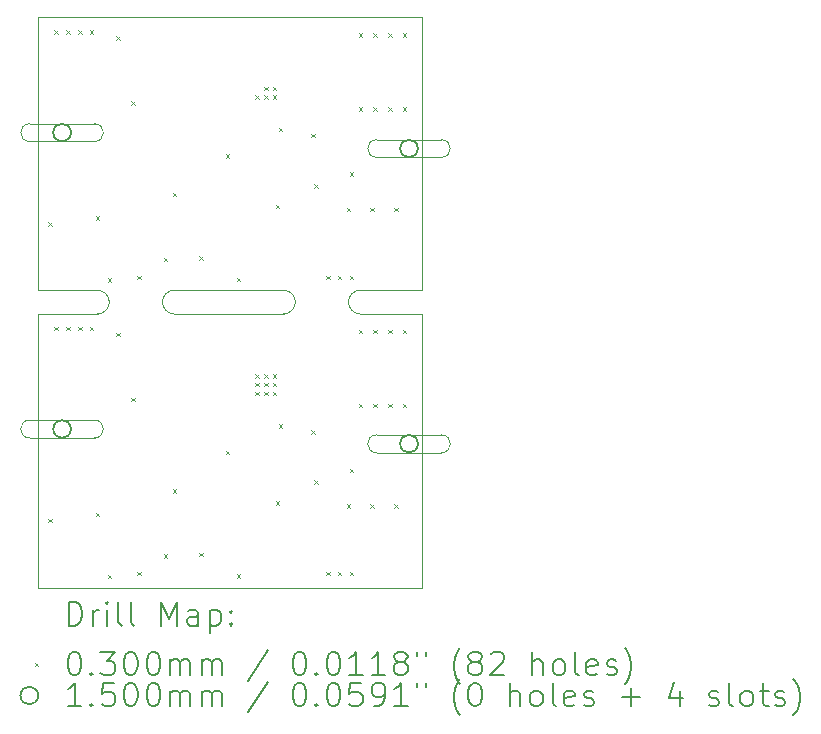
<source format=gbr>
%TF.GenerationSoftware,KiCad,Pcbnew,9.0.4*%
%TF.CreationDate,2025-12-28T16:32:31+01:00*%
%TF.ProjectId,UWU_AK_V3_Mouse,5557555f-414b-45f5-9633-5f4d6f757365,rev?*%
%TF.SameCoordinates,Original*%
%TF.FileFunction,Drillmap*%
%TF.FilePolarity,Positive*%
%FSLAX45Y45*%
G04 Gerber Fmt 4.5, Leading zero omitted, Abs format (unit mm)*
G04 Created by KiCad (PCBNEW 9.0.4) date 2025-12-28 16:32:31*
%MOMM*%
%LPD*%
G01*
G04 APERTURE LIST*
%ADD10C,0.050000*%
%ADD11C,0.200000*%
%ADD12C,0.100000*%
%ADD13C,0.150000*%
G04 APERTURE END LIST*
D10*
X13800000Y-8525000D02*
X13800000Y-6215500D01*
X13175000Y-8625000D02*
G75*
G02*
X13275000Y-8525000I100000J0D01*
G01*
X12625000Y-8725000D02*
X11700000Y-8725000D01*
X13800000Y-6215500D02*
X10550000Y-6215500D01*
X10550000Y-6215500D02*
X10550000Y-8525000D01*
X11700000Y-8725000D02*
G75*
G02*
X11600000Y-8625000I0J100000D01*
G01*
X10550000Y-11050000D02*
X13800000Y-11050000D01*
X10550000Y-8725000D02*
X10550000Y-11050000D01*
X13800000Y-8725000D02*
X13275000Y-8725000D01*
X11050000Y-8725000D02*
X10550000Y-8725000D01*
X11600000Y-8625000D02*
G75*
G02*
X11700000Y-8525000I100000J0D01*
G01*
X11150000Y-8625000D02*
G75*
G02*
X11050000Y-8725000I-100000J0D01*
G01*
X13275000Y-8525000D02*
X13800000Y-8525000D01*
X12725000Y-8625000D02*
G75*
G02*
X12625000Y-8725000I-100000J0D01*
G01*
X11050000Y-8525000D02*
G75*
G02*
X11150000Y-8625000I0J-100000D01*
G01*
X11700000Y-8525000D02*
X12625000Y-8525000D01*
X11050000Y-8525000D02*
X10550000Y-8525000D01*
X12625000Y-8525000D02*
G75*
G02*
X12725000Y-8625000I0J-100000D01*
G01*
X13800000Y-11050000D02*
X13800000Y-8725000D01*
X13275000Y-8725000D02*
G75*
G02*
X13175000Y-8625000I0J100000D01*
G01*
D11*
D12*
X10635000Y-7950500D02*
X10665000Y-7980500D01*
X10665000Y-7950500D02*
X10635000Y-7980500D01*
X10635000Y-10460000D02*
X10665000Y-10490000D01*
X10665000Y-10460000D02*
X10635000Y-10490000D01*
X10685000Y-6325500D02*
X10715000Y-6355500D01*
X10715000Y-6325500D02*
X10685000Y-6355500D01*
X10685000Y-8835000D02*
X10715000Y-8865000D01*
X10715000Y-8835000D02*
X10685000Y-8865000D01*
X10785000Y-6325500D02*
X10815000Y-6355500D01*
X10815000Y-6325500D02*
X10785000Y-6355500D01*
X10785000Y-8835000D02*
X10815000Y-8865000D01*
X10815000Y-8835000D02*
X10785000Y-8865000D01*
X10885000Y-6325500D02*
X10915000Y-6355500D01*
X10915000Y-6325500D02*
X10885000Y-6355500D01*
X10885000Y-8835000D02*
X10915000Y-8865000D01*
X10915000Y-8835000D02*
X10885000Y-8865000D01*
X10985000Y-6325500D02*
X11015000Y-6355500D01*
X11015000Y-6325500D02*
X10985000Y-6355500D01*
X10985000Y-8835000D02*
X11015000Y-8865000D01*
X11015000Y-8835000D02*
X10985000Y-8865000D01*
X11035000Y-7900500D02*
X11065000Y-7930500D01*
X11065000Y-7900500D02*
X11035000Y-7930500D01*
X11035000Y-10410000D02*
X11065000Y-10440000D01*
X11065000Y-10410000D02*
X11035000Y-10440000D01*
X11135000Y-8425500D02*
X11165000Y-8455500D01*
X11165000Y-8425500D02*
X11135000Y-8455500D01*
X11135000Y-10935000D02*
X11165000Y-10965000D01*
X11165000Y-10935000D02*
X11135000Y-10965000D01*
X11210000Y-6375500D02*
X11240000Y-6405500D01*
X11240000Y-6375500D02*
X11210000Y-6405500D01*
X11210000Y-8885000D02*
X11240000Y-8915000D01*
X11240000Y-8885000D02*
X11210000Y-8915000D01*
X11335000Y-6925500D02*
X11365000Y-6955500D01*
X11365000Y-6925500D02*
X11335000Y-6955500D01*
X11335000Y-9435000D02*
X11365000Y-9465000D01*
X11365000Y-9435000D02*
X11335000Y-9465000D01*
X11385000Y-8400500D02*
X11415000Y-8430500D01*
X11415000Y-8400500D02*
X11385000Y-8430500D01*
X11385000Y-10910000D02*
X11415000Y-10940000D01*
X11415000Y-10910000D02*
X11385000Y-10940000D01*
X11610000Y-8250500D02*
X11640000Y-8280500D01*
X11640000Y-8250500D02*
X11610000Y-8280500D01*
X11610000Y-10760000D02*
X11640000Y-10790000D01*
X11640000Y-10760000D02*
X11610000Y-10790000D01*
X11685000Y-7700500D02*
X11715000Y-7730500D01*
X11715000Y-7700500D02*
X11685000Y-7730500D01*
X11685000Y-10210000D02*
X11715000Y-10240000D01*
X11715000Y-10210000D02*
X11685000Y-10240000D01*
X11912901Y-8238042D02*
X11942901Y-8268042D01*
X11942901Y-8238042D02*
X11912901Y-8268042D01*
X11912901Y-10747542D02*
X11942901Y-10777542D01*
X11942901Y-10747542D02*
X11912901Y-10777542D01*
X12135000Y-7375500D02*
X12165000Y-7405500D01*
X12165000Y-7375500D02*
X12135000Y-7405500D01*
X12135000Y-9885000D02*
X12165000Y-9915000D01*
X12165000Y-9885000D02*
X12135000Y-9915000D01*
X12228373Y-8420500D02*
X12258373Y-8450500D01*
X12258373Y-8420500D02*
X12228373Y-8450500D01*
X12228373Y-10930000D02*
X12258373Y-10960000D01*
X12258373Y-10930000D02*
X12228373Y-10960000D01*
X12385000Y-6875500D02*
X12415000Y-6905500D01*
X12415000Y-6875500D02*
X12385000Y-6905500D01*
X12385000Y-9235000D02*
X12415000Y-9265000D01*
X12415000Y-9235000D02*
X12385000Y-9265000D01*
X12385000Y-9310000D02*
X12415000Y-9340000D01*
X12415000Y-9310000D02*
X12385000Y-9340000D01*
X12385000Y-9385000D02*
X12415000Y-9415000D01*
X12415000Y-9385000D02*
X12385000Y-9415000D01*
X12460000Y-6800500D02*
X12490000Y-6830500D01*
X12490000Y-6800500D02*
X12460000Y-6830500D01*
X12460000Y-6875500D02*
X12490000Y-6905500D01*
X12490000Y-6875500D02*
X12460000Y-6905500D01*
X12460000Y-9235000D02*
X12490000Y-9265000D01*
X12490000Y-9235000D02*
X12460000Y-9265000D01*
X12460000Y-9310000D02*
X12490000Y-9340000D01*
X12490000Y-9310000D02*
X12460000Y-9340000D01*
X12460000Y-9385000D02*
X12490000Y-9415000D01*
X12490000Y-9385000D02*
X12460000Y-9415000D01*
X12535000Y-6800500D02*
X12565000Y-6830500D01*
X12565000Y-6800500D02*
X12535000Y-6830500D01*
X12535000Y-6875500D02*
X12565000Y-6905500D01*
X12565000Y-6875500D02*
X12535000Y-6905500D01*
X12535000Y-9235000D02*
X12565000Y-9265000D01*
X12565000Y-9235000D02*
X12535000Y-9265000D01*
X12535000Y-9310000D02*
X12565000Y-9340000D01*
X12565000Y-9310000D02*
X12535000Y-9340000D01*
X12535000Y-9385000D02*
X12565000Y-9415000D01*
X12565000Y-9385000D02*
X12535000Y-9415000D01*
X12560000Y-7800500D02*
X12590000Y-7830500D01*
X12590000Y-7800500D02*
X12560000Y-7830500D01*
X12560000Y-10310000D02*
X12590000Y-10340000D01*
X12590000Y-10310000D02*
X12560000Y-10340000D01*
X12585000Y-7150500D02*
X12615000Y-7180500D01*
X12615000Y-7150500D02*
X12585000Y-7180500D01*
X12585000Y-9660000D02*
X12615000Y-9690000D01*
X12615000Y-9660000D02*
X12585000Y-9690000D01*
X12860000Y-7200500D02*
X12890000Y-7230500D01*
X12890000Y-7200500D02*
X12860000Y-7230500D01*
X12860000Y-9710000D02*
X12890000Y-9740000D01*
X12890000Y-9710000D02*
X12860000Y-9740000D01*
X12885000Y-7625500D02*
X12915000Y-7655500D01*
X12915000Y-7625500D02*
X12885000Y-7655500D01*
X12885000Y-10135000D02*
X12915000Y-10165000D01*
X12915000Y-10135000D02*
X12885000Y-10165000D01*
X12985000Y-8400500D02*
X13015000Y-8430500D01*
X13015000Y-8400500D02*
X12985000Y-8430500D01*
X12985000Y-10910000D02*
X13015000Y-10940000D01*
X13015000Y-10910000D02*
X12985000Y-10940000D01*
X13085000Y-8400500D02*
X13115000Y-8430500D01*
X13115000Y-8400500D02*
X13085000Y-8430500D01*
X13085000Y-10910000D02*
X13115000Y-10940000D01*
X13115000Y-10910000D02*
X13085000Y-10940000D01*
X13160000Y-7825500D02*
X13190000Y-7855500D01*
X13190000Y-7825500D02*
X13160000Y-7855500D01*
X13160000Y-10335000D02*
X13190000Y-10365000D01*
X13190000Y-10335000D02*
X13160000Y-10365000D01*
X13185000Y-7525500D02*
X13215000Y-7555500D01*
X13215000Y-7525500D02*
X13185000Y-7555500D01*
X13185000Y-8400500D02*
X13215000Y-8430500D01*
X13215000Y-8400500D02*
X13185000Y-8430500D01*
X13185000Y-10035000D02*
X13215000Y-10065000D01*
X13215000Y-10035000D02*
X13185000Y-10065000D01*
X13185000Y-10910000D02*
X13215000Y-10940000D01*
X13215000Y-10910000D02*
X13185000Y-10940000D01*
X13260000Y-6350500D02*
X13290000Y-6380500D01*
X13290000Y-6350500D02*
X13260000Y-6380500D01*
X13260000Y-6975500D02*
X13290000Y-7005500D01*
X13290000Y-6975500D02*
X13260000Y-7005500D01*
X13260000Y-8860000D02*
X13290000Y-8890000D01*
X13290000Y-8860000D02*
X13260000Y-8890000D01*
X13260000Y-9485000D02*
X13290000Y-9515000D01*
X13290000Y-9485000D02*
X13260000Y-9515000D01*
X13360000Y-7825500D02*
X13390000Y-7855500D01*
X13390000Y-7825500D02*
X13360000Y-7855500D01*
X13360000Y-10335000D02*
X13390000Y-10365000D01*
X13390000Y-10335000D02*
X13360000Y-10365000D01*
X13385000Y-6350500D02*
X13415000Y-6380500D01*
X13415000Y-6350500D02*
X13385000Y-6380500D01*
X13385000Y-6975500D02*
X13415000Y-7005500D01*
X13415000Y-6975500D02*
X13385000Y-7005500D01*
X13385000Y-8860000D02*
X13415000Y-8890000D01*
X13415000Y-8860000D02*
X13385000Y-8890000D01*
X13385000Y-9485000D02*
X13415000Y-9515000D01*
X13415000Y-9485000D02*
X13385000Y-9515000D01*
X13510000Y-6350500D02*
X13540000Y-6380500D01*
X13540000Y-6350500D02*
X13510000Y-6380500D01*
X13510000Y-6975500D02*
X13540000Y-7005500D01*
X13540000Y-6975500D02*
X13510000Y-7005500D01*
X13510000Y-8860000D02*
X13540000Y-8890000D01*
X13540000Y-8860000D02*
X13510000Y-8890000D01*
X13510000Y-9485000D02*
X13540000Y-9515000D01*
X13540000Y-9485000D02*
X13510000Y-9515000D01*
X13560000Y-7825500D02*
X13590000Y-7855500D01*
X13590000Y-7825500D02*
X13560000Y-7855500D01*
X13560000Y-10335000D02*
X13590000Y-10365000D01*
X13590000Y-10335000D02*
X13560000Y-10365000D01*
X13635000Y-6350500D02*
X13665000Y-6380500D01*
X13665000Y-6350500D02*
X13635000Y-6380500D01*
X13635000Y-6975500D02*
X13665000Y-7005500D01*
X13665000Y-6975500D02*
X13635000Y-7005500D01*
X13635000Y-8860000D02*
X13665000Y-8890000D01*
X13665000Y-8860000D02*
X13635000Y-8890000D01*
X13635000Y-9485000D02*
X13665000Y-9515000D01*
X13665000Y-9485000D02*
X13635000Y-9515000D01*
D13*
X10825000Y-7190500D02*
G75*
G02*
X10675000Y-7190500I-75000J0D01*
G01*
X10675000Y-7190500D02*
G75*
G02*
X10825000Y-7190500I75000J0D01*
G01*
D12*
X10475000Y-7265500D02*
X11025000Y-7265500D01*
X11025000Y-7115500D02*
G75*
G02*
X11025000Y-7265500I0J-75000D01*
G01*
X11025000Y-7115500D02*
X10475000Y-7115500D01*
X10475000Y-7115500D02*
G75*
G03*
X10475000Y-7265500I0J-75000D01*
G01*
D13*
X10825000Y-9700000D02*
G75*
G02*
X10675000Y-9700000I-75000J0D01*
G01*
X10675000Y-9700000D02*
G75*
G02*
X10825000Y-9700000I75000J0D01*
G01*
D12*
X10475000Y-9775000D02*
X11025000Y-9775000D01*
X11025000Y-9625000D02*
G75*
G02*
X11025000Y-9775000I0J-75000D01*
G01*
X11025000Y-9625000D02*
X10475000Y-9625000D01*
X10475000Y-9625000D02*
G75*
G03*
X10475000Y-9775000I0J-75000D01*
G01*
D13*
X13762500Y-7325000D02*
G75*
G02*
X13612500Y-7325000I-75000J0D01*
G01*
X13612500Y-7325000D02*
G75*
G02*
X13762500Y-7325000I75000J0D01*
G01*
D12*
X13962500Y-7250000D02*
X13412500Y-7250000D01*
X13412500Y-7400000D02*
G75*
G02*
X13412500Y-7250000I0J75000D01*
G01*
X13412500Y-7400000D02*
X13962500Y-7400000D01*
X13962500Y-7400000D02*
G75*
G03*
X13962500Y-7250000I0J75000D01*
G01*
D13*
X13762500Y-9825000D02*
G75*
G02*
X13612500Y-9825000I-75000J0D01*
G01*
X13612500Y-9825000D02*
G75*
G02*
X13762500Y-9825000I75000J0D01*
G01*
D12*
X13962500Y-9750000D02*
X13412500Y-9750000D01*
X13412500Y-9900000D02*
G75*
G02*
X13412500Y-9750000I0J75000D01*
G01*
X13412500Y-9900000D02*
X13962500Y-9900000D01*
X13962500Y-9900000D02*
G75*
G03*
X13962500Y-9750000I0J75000D01*
G01*
D11*
X10808277Y-11363984D02*
X10808277Y-11163984D01*
X10808277Y-11163984D02*
X10855896Y-11163984D01*
X10855896Y-11163984D02*
X10884467Y-11173508D01*
X10884467Y-11173508D02*
X10903515Y-11192555D01*
X10903515Y-11192555D02*
X10913039Y-11211603D01*
X10913039Y-11211603D02*
X10922563Y-11249698D01*
X10922563Y-11249698D02*
X10922563Y-11278269D01*
X10922563Y-11278269D02*
X10913039Y-11316365D01*
X10913039Y-11316365D02*
X10903515Y-11335412D01*
X10903515Y-11335412D02*
X10884467Y-11354460D01*
X10884467Y-11354460D02*
X10855896Y-11363984D01*
X10855896Y-11363984D02*
X10808277Y-11363984D01*
X11008277Y-11363984D02*
X11008277Y-11230650D01*
X11008277Y-11268746D02*
X11017801Y-11249698D01*
X11017801Y-11249698D02*
X11027324Y-11240174D01*
X11027324Y-11240174D02*
X11046372Y-11230650D01*
X11046372Y-11230650D02*
X11065420Y-11230650D01*
X11132086Y-11363984D02*
X11132086Y-11230650D01*
X11132086Y-11163984D02*
X11122563Y-11173508D01*
X11122563Y-11173508D02*
X11132086Y-11183031D01*
X11132086Y-11183031D02*
X11141610Y-11173508D01*
X11141610Y-11173508D02*
X11132086Y-11163984D01*
X11132086Y-11163984D02*
X11132086Y-11183031D01*
X11255896Y-11363984D02*
X11236848Y-11354460D01*
X11236848Y-11354460D02*
X11227324Y-11335412D01*
X11227324Y-11335412D02*
X11227324Y-11163984D01*
X11360658Y-11363984D02*
X11341610Y-11354460D01*
X11341610Y-11354460D02*
X11332086Y-11335412D01*
X11332086Y-11335412D02*
X11332086Y-11163984D01*
X11589229Y-11363984D02*
X11589229Y-11163984D01*
X11589229Y-11163984D02*
X11655896Y-11306841D01*
X11655896Y-11306841D02*
X11722562Y-11163984D01*
X11722562Y-11163984D02*
X11722562Y-11363984D01*
X11903515Y-11363984D02*
X11903515Y-11259222D01*
X11903515Y-11259222D02*
X11893991Y-11240174D01*
X11893991Y-11240174D02*
X11874943Y-11230650D01*
X11874943Y-11230650D02*
X11836848Y-11230650D01*
X11836848Y-11230650D02*
X11817801Y-11240174D01*
X11903515Y-11354460D02*
X11884467Y-11363984D01*
X11884467Y-11363984D02*
X11836848Y-11363984D01*
X11836848Y-11363984D02*
X11817801Y-11354460D01*
X11817801Y-11354460D02*
X11808277Y-11335412D01*
X11808277Y-11335412D02*
X11808277Y-11316365D01*
X11808277Y-11316365D02*
X11817801Y-11297317D01*
X11817801Y-11297317D02*
X11836848Y-11287793D01*
X11836848Y-11287793D02*
X11884467Y-11287793D01*
X11884467Y-11287793D02*
X11903515Y-11278269D01*
X11998753Y-11230650D02*
X11998753Y-11430650D01*
X11998753Y-11240174D02*
X12017801Y-11230650D01*
X12017801Y-11230650D02*
X12055896Y-11230650D01*
X12055896Y-11230650D02*
X12074943Y-11240174D01*
X12074943Y-11240174D02*
X12084467Y-11249698D01*
X12084467Y-11249698D02*
X12093991Y-11268746D01*
X12093991Y-11268746D02*
X12093991Y-11325888D01*
X12093991Y-11325888D02*
X12084467Y-11344936D01*
X12084467Y-11344936D02*
X12074943Y-11354460D01*
X12074943Y-11354460D02*
X12055896Y-11363984D01*
X12055896Y-11363984D02*
X12017801Y-11363984D01*
X12017801Y-11363984D02*
X11998753Y-11354460D01*
X12179705Y-11344936D02*
X12189229Y-11354460D01*
X12189229Y-11354460D02*
X12179705Y-11363984D01*
X12179705Y-11363984D02*
X12170182Y-11354460D01*
X12170182Y-11354460D02*
X12179705Y-11344936D01*
X12179705Y-11344936D02*
X12179705Y-11363984D01*
X12179705Y-11240174D02*
X12189229Y-11249698D01*
X12189229Y-11249698D02*
X12179705Y-11259222D01*
X12179705Y-11259222D02*
X12170182Y-11249698D01*
X12170182Y-11249698D02*
X12179705Y-11240174D01*
X12179705Y-11240174D02*
X12179705Y-11259222D01*
D12*
X10517500Y-11677500D02*
X10547500Y-11707500D01*
X10547500Y-11677500D02*
X10517500Y-11707500D01*
D11*
X10846372Y-11583984D02*
X10865420Y-11583984D01*
X10865420Y-11583984D02*
X10884467Y-11593508D01*
X10884467Y-11593508D02*
X10893991Y-11603031D01*
X10893991Y-11603031D02*
X10903515Y-11622079D01*
X10903515Y-11622079D02*
X10913039Y-11660174D01*
X10913039Y-11660174D02*
X10913039Y-11707793D01*
X10913039Y-11707793D02*
X10903515Y-11745888D01*
X10903515Y-11745888D02*
X10893991Y-11764936D01*
X10893991Y-11764936D02*
X10884467Y-11774460D01*
X10884467Y-11774460D02*
X10865420Y-11783984D01*
X10865420Y-11783984D02*
X10846372Y-11783984D01*
X10846372Y-11783984D02*
X10827324Y-11774460D01*
X10827324Y-11774460D02*
X10817801Y-11764936D01*
X10817801Y-11764936D02*
X10808277Y-11745888D01*
X10808277Y-11745888D02*
X10798753Y-11707793D01*
X10798753Y-11707793D02*
X10798753Y-11660174D01*
X10798753Y-11660174D02*
X10808277Y-11622079D01*
X10808277Y-11622079D02*
X10817801Y-11603031D01*
X10817801Y-11603031D02*
X10827324Y-11593508D01*
X10827324Y-11593508D02*
X10846372Y-11583984D01*
X10998753Y-11764936D02*
X11008277Y-11774460D01*
X11008277Y-11774460D02*
X10998753Y-11783984D01*
X10998753Y-11783984D02*
X10989229Y-11774460D01*
X10989229Y-11774460D02*
X10998753Y-11764936D01*
X10998753Y-11764936D02*
X10998753Y-11783984D01*
X11074944Y-11583984D02*
X11198753Y-11583984D01*
X11198753Y-11583984D02*
X11132086Y-11660174D01*
X11132086Y-11660174D02*
X11160658Y-11660174D01*
X11160658Y-11660174D02*
X11179705Y-11669698D01*
X11179705Y-11669698D02*
X11189229Y-11679222D01*
X11189229Y-11679222D02*
X11198753Y-11698269D01*
X11198753Y-11698269D02*
X11198753Y-11745888D01*
X11198753Y-11745888D02*
X11189229Y-11764936D01*
X11189229Y-11764936D02*
X11179705Y-11774460D01*
X11179705Y-11774460D02*
X11160658Y-11783984D01*
X11160658Y-11783984D02*
X11103515Y-11783984D01*
X11103515Y-11783984D02*
X11084467Y-11774460D01*
X11084467Y-11774460D02*
X11074944Y-11764936D01*
X11322562Y-11583984D02*
X11341610Y-11583984D01*
X11341610Y-11583984D02*
X11360658Y-11593508D01*
X11360658Y-11593508D02*
X11370182Y-11603031D01*
X11370182Y-11603031D02*
X11379705Y-11622079D01*
X11379705Y-11622079D02*
X11389229Y-11660174D01*
X11389229Y-11660174D02*
X11389229Y-11707793D01*
X11389229Y-11707793D02*
X11379705Y-11745888D01*
X11379705Y-11745888D02*
X11370182Y-11764936D01*
X11370182Y-11764936D02*
X11360658Y-11774460D01*
X11360658Y-11774460D02*
X11341610Y-11783984D01*
X11341610Y-11783984D02*
X11322562Y-11783984D01*
X11322562Y-11783984D02*
X11303515Y-11774460D01*
X11303515Y-11774460D02*
X11293991Y-11764936D01*
X11293991Y-11764936D02*
X11284467Y-11745888D01*
X11284467Y-11745888D02*
X11274943Y-11707793D01*
X11274943Y-11707793D02*
X11274943Y-11660174D01*
X11274943Y-11660174D02*
X11284467Y-11622079D01*
X11284467Y-11622079D02*
X11293991Y-11603031D01*
X11293991Y-11603031D02*
X11303515Y-11593508D01*
X11303515Y-11593508D02*
X11322562Y-11583984D01*
X11513039Y-11583984D02*
X11532086Y-11583984D01*
X11532086Y-11583984D02*
X11551134Y-11593508D01*
X11551134Y-11593508D02*
X11560658Y-11603031D01*
X11560658Y-11603031D02*
X11570182Y-11622079D01*
X11570182Y-11622079D02*
X11579705Y-11660174D01*
X11579705Y-11660174D02*
X11579705Y-11707793D01*
X11579705Y-11707793D02*
X11570182Y-11745888D01*
X11570182Y-11745888D02*
X11560658Y-11764936D01*
X11560658Y-11764936D02*
X11551134Y-11774460D01*
X11551134Y-11774460D02*
X11532086Y-11783984D01*
X11532086Y-11783984D02*
X11513039Y-11783984D01*
X11513039Y-11783984D02*
X11493991Y-11774460D01*
X11493991Y-11774460D02*
X11484467Y-11764936D01*
X11484467Y-11764936D02*
X11474943Y-11745888D01*
X11474943Y-11745888D02*
X11465420Y-11707793D01*
X11465420Y-11707793D02*
X11465420Y-11660174D01*
X11465420Y-11660174D02*
X11474943Y-11622079D01*
X11474943Y-11622079D02*
X11484467Y-11603031D01*
X11484467Y-11603031D02*
X11493991Y-11593508D01*
X11493991Y-11593508D02*
X11513039Y-11583984D01*
X11665420Y-11783984D02*
X11665420Y-11650650D01*
X11665420Y-11669698D02*
X11674943Y-11660174D01*
X11674943Y-11660174D02*
X11693991Y-11650650D01*
X11693991Y-11650650D02*
X11722563Y-11650650D01*
X11722563Y-11650650D02*
X11741610Y-11660174D01*
X11741610Y-11660174D02*
X11751134Y-11679222D01*
X11751134Y-11679222D02*
X11751134Y-11783984D01*
X11751134Y-11679222D02*
X11760658Y-11660174D01*
X11760658Y-11660174D02*
X11779705Y-11650650D01*
X11779705Y-11650650D02*
X11808277Y-11650650D01*
X11808277Y-11650650D02*
X11827324Y-11660174D01*
X11827324Y-11660174D02*
X11836848Y-11679222D01*
X11836848Y-11679222D02*
X11836848Y-11783984D01*
X11932086Y-11783984D02*
X11932086Y-11650650D01*
X11932086Y-11669698D02*
X11941610Y-11660174D01*
X11941610Y-11660174D02*
X11960658Y-11650650D01*
X11960658Y-11650650D02*
X11989229Y-11650650D01*
X11989229Y-11650650D02*
X12008277Y-11660174D01*
X12008277Y-11660174D02*
X12017801Y-11679222D01*
X12017801Y-11679222D02*
X12017801Y-11783984D01*
X12017801Y-11679222D02*
X12027324Y-11660174D01*
X12027324Y-11660174D02*
X12046372Y-11650650D01*
X12046372Y-11650650D02*
X12074943Y-11650650D01*
X12074943Y-11650650D02*
X12093991Y-11660174D01*
X12093991Y-11660174D02*
X12103515Y-11679222D01*
X12103515Y-11679222D02*
X12103515Y-11783984D01*
X12493991Y-11574460D02*
X12322563Y-11831603D01*
X12751134Y-11583984D02*
X12770182Y-11583984D01*
X12770182Y-11583984D02*
X12789229Y-11593508D01*
X12789229Y-11593508D02*
X12798753Y-11603031D01*
X12798753Y-11603031D02*
X12808277Y-11622079D01*
X12808277Y-11622079D02*
X12817801Y-11660174D01*
X12817801Y-11660174D02*
X12817801Y-11707793D01*
X12817801Y-11707793D02*
X12808277Y-11745888D01*
X12808277Y-11745888D02*
X12798753Y-11764936D01*
X12798753Y-11764936D02*
X12789229Y-11774460D01*
X12789229Y-11774460D02*
X12770182Y-11783984D01*
X12770182Y-11783984D02*
X12751134Y-11783984D01*
X12751134Y-11783984D02*
X12732086Y-11774460D01*
X12732086Y-11774460D02*
X12722563Y-11764936D01*
X12722563Y-11764936D02*
X12713039Y-11745888D01*
X12713039Y-11745888D02*
X12703515Y-11707793D01*
X12703515Y-11707793D02*
X12703515Y-11660174D01*
X12703515Y-11660174D02*
X12713039Y-11622079D01*
X12713039Y-11622079D02*
X12722563Y-11603031D01*
X12722563Y-11603031D02*
X12732086Y-11593508D01*
X12732086Y-11593508D02*
X12751134Y-11583984D01*
X12903515Y-11764936D02*
X12913039Y-11774460D01*
X12913039Y-11774460D02*
X12903515Y-11783984D01*
X12903515Y-11783984D02*
X12893991Y-11774460D01*
X12893991Y-11774460D02*
X12903515Y-11764936D01*
X12903515Y-11764936D02*
X12903515Y-11783984D01*
X13036848Y-11583984D02*
X13055896Y-11583984D01*
X13055896Y-11583984D02*
X13074944Y-11593508D01*
X13074944Y-11593508D02*
X13084467Y-11603031D01*
X13084467Y-11603031D02*
X13093991Y-11622079D01*
X13093991Y-11622079D02*
X13103515Y-11660174D01*
X13103515Y-11660174D02*
X13103515Y-11707793D01*
X13103515Y-11707793D02*
X13093991Y-11745888D01*
X13093991Y-11745888D02*
X13084467Y-11764936D01*
X13084467Y-11764936D02*
X13074944Y-11774460D01*
X13074944Y-11774460D02*
X13055896Y-11783984D01*
X13055896Y-11783984D02*
X13036848Y-11783984D01*
X13036848Y-11783984D02*
X13017801Y-11774460D01*
X13017801Y-11774460D02*
X13008277Y-11764936D01*
X13008277Y-11764936D02*
X12998753Y-11745888D01*
X12998753Y-11745888D02*
X12989229Y-11707793D01*
X12989229Y-11707793D02*
X12989229Y-11660174D01*
X12989229Y-11660174D02*
X12998753Y-11622079D01*
X12998753Y-11622079D02*
X13008277Y-11603031D01*
X13008277Y-11603031D02*
X13017801Y-11593508D01*
X13017801Y-11593508D02*
X13036848Y-11583984D01*
X13293991Y-11783984D02*
X13179706Y-11783984D01*
X13236848Y-11783984D02*
X13236848Y-11583984D01*
X13236848Y-11583984D02*
X13217801Y-11612555D01*
X13217801Y-11612555D02*
X13198753Y-11631603D01*
X13198753Y-11631603D02*
X13179706Y-11641127D01*
X13484467Y-11783984D02*
X13370182Y-11783984D01*
X13427325Y-11783984D02*
X13427325Y-11583984D01*
X13427325Y-11583984D02*
X13408277Y-11612555D01*
X13408277Y-11612555D02*
X13389229Y-11631603D01*
X13389229Y-11631603D02*
X13370182Y-11641127D01*
X13598753Y-11669698D02*
X13579706Y-11660174D01*
X13579706Y-11660174D02*
X13570182Y-11650650D01*
X13570182Y-11650650D02*
X13560658Y-11631603D01*
X13560658Y-11631603D02*
X13560658Y-11622079D01*
X13560658Y-11622079D02*
X13570182Y-11603031D01*
X13570182Y-11603031D02*
X13579706Y-11593508D01*
X13579706Y-11593508D02*
X13598753Y-11583984D01*
X13598753Y-11583984D02*
X13636848Y-11583984D01*
X13636848Y-11583984D02*
X13655896Y-11593508D01*
X13655896Y-11593508D02*
X13665420Y-11603031D01*
X13665420Y-11603031D02*
X13674944Y-11622079D01*
X13674944Y-11622079D02*
X13674944Y-11631603D01*
X13674944Y-11631603D02*
X13665420Y-11650650D01*
X13665420Y-11650650D02*
X13655896Y-11660174D01*
X13655896Y-11660174D02*
X13636848Y-11669698D01*
X13636848Y-11669698D02*
X13598753Y-11669698D01*
X13598753Y-11669698D02*
X13579706Y-11679222D01*
X13579706Y-11679222D02*
X13570182Y-11688746D01*
X13570182Y-11688746D02*
X13560658Y-11707793D01*
X13560658Y-11707793D02*
X13560658Y-11745888D01*
X13560658Y-11745888D02*
X13570182Y-11764936D01*
X13570182Y-11764936D02*
X13579706Y-11774460D01*
X13579706Y-11774460D02*
X13598753Y-11783984D01*
X13598753Y-11783984D02*
X13636848Y-11783984D01*
X13636848Y-11783984D02*
X13655896Y-11774460D01*
X13655896Y-11774460D02*
X13665420Y-11764936D01*
X13665420Y-11764936D02*
X13674944Y-11745888D01*
X13674944Y-11745888D02*
X13674944Y-11707793D01*
X13674944Y-11707793D02*
X13665420Y-11688746D01*
X13665420Y-11688746D02*
X13655896Y-11679222D01*
X13655896Y-11679222D02*
X13636848Y-11669698D01*
X13751134Y-11583984D02*
X13751134Y-11622079D01*
X13827325Y-11583984D02*
X13827325Y-11622079D01*
X14122563Y-11860174D02*
X14113039Y-11850650D01*
X14113039Y-11850650D02*
X14093991Y-11822079D01*
X14093991Y-11822079D02*
X14084468Y-11803031D01*
X14084468Y-11803031D02*
X14074944Y-11774460D01*
X14074944Y-11774460D02*
X14065420Y-11726841D01*
X14065420Y-11726841D02*
X14065420Y-11688746D01*
X14065420Y-11688746D02*
X14074944Y-11641127D01*
X14074944Y-11641127D02*
X14084468Y-11612555D01*
X14084468Y-11612555D02*
X14093991Y-11593508D01*
X14093991Y-11593508D02*
X14113039Y-11564936D01*
X14113039Y-11564936D02*
X14122563Y-11555412D01*
X14227325Y-11669698D02*
X14208277Y-11660174D01*
X14208277Y-11660174D02*
X14198753Y-11650650D01*
X14198753Y-11650650D02*
X14189229Y-11631603D01*
X14189229Y-11631603D02*
X14189229Y-11622079D01*
X14189229Y-11622079D02*
X14198753Y-11603031D01*
X14198753Y-11603031D02*
X14208277Y-11593508D01*
X14208277Y-11593508D02*
X14227325Y-11583984D01*
X14227325Y-11583984D02*
X14265420Y-11583984D01*
X14265420Y-11583984D02*
X14284468Y-11593508D01*
X14284468Y-11593508D02*
X14293991Y-11603031D01*
X14293991Y-11603031D02*
X14303515Y-11622079D01*
X14303515Y-11622079D02*
X14303515Y-11631603D01*
X14303515Y-11631603D02*
X14293991Y-11650650D01*
X14293991Y-11650650D02*
X14284468Y-11660174D01*
X14284468Y-11660174D02*
X14265420Y-11669698D01*
X14265420Y-11669698D02*
X14227325Y-11669698D01*
X14227325Y-11669698D02*
X14208277Y-11679222D01*
X14208277Y-11679222D02*
X14198753Y-11688746D01*
X14198753Y-11688746D02*
X14189229Y-11707793D01*
X14189229Y-11707793D02*
X14189229Y-11745888D01*
X14189229Y-11745888D02*
X14198753Y-11764936D01*
X14198753Y-11764936D02*
X14208277Y-11774460D01*
X14208277Y-11774460D02*
X14227325Y-11783984D01*
X14227325Y-11783984D02*
X14265420Y-11783984D01*
X14265420Y-11783984D02*
X14284468Y-11774460D01*
X14284468Y-11774460D02*
X14293991Y-11764936D01*
X14293991Y-11764936D02*
X14303515Y-11745888D01*
X14303515Y-11745888D02*
X14303515Y-11707793D01*
X14303515Y-11707793D02*
X14293991Y-11688746D01*
X14293991Y-11688746D02*
X14284468Y-11679222D01*
X14284468Y-11679222D02*
X14265420Y-11669698D01*
X14379706Y-11603031D02*
X14389229Y-11593508D01*
X14389229Y-11593508D02*
X14408277Y-11583984D01*
X14408277Y-11583984D02*
X14455896Y-11583984D01*
X14455896Y-11583984D02*
X14474944Y-11593508D01*
X14474944Y-11593508D02*
X14484468Y-11603031D01*
X14484468Y-11603031D02*
X14493991Y-11622079D01*
X14493991Y-11622079D02*
X14493991Y-11641127D01*
X14493991Y-11641127D02*
X14484468Y-11669698D01*
X14484468Y-11669698D02*
X14370182Y-11783984D01*
X14370182Y-11783984D02*
X14493991Y-11783984D01*
X14732087Y-11783984D02*
X14732087Y-11583984D01*
X14817801Y-11783984D02*
X14817801Y-11679222D01*
X14817801Y-11679222D02*
X14808277Y-11660174D01*
X14808277Y-11660174D02*
X14789230Y-11650650D01*
X14789230Y-11650650D02*
X14760658Y-11650650D01*
X14760658Y-11650650D02*
X14741610Y-11660174D01*
X14741610Y-11660174D02*
X14732087Y-11669698D01*
X14941610Y-11783984D02*
X14922563Y-11774460D01*
X14922563Y-11774460D02*
X14913039Y-11764936D01*
X14913039Y-11764936D02*
X14903515Y-11745888D01*
X14903515Y-11745888D02*
X14903515Y-11688746D01*
X14903515Y-11688746D02*
X14913039Y-11669698D01*
X14913039Y-11669698D02*
X14922563Y-11660174D01*
X14922563Y-11660174D02*
X14941610Y-11650650D01*
X14941610Y-11650650D02*
X14970182Y-11650650D01*
X14970182Y-11650650D02*
X14989230Y-11660174D01*
X14989230Y-11660174D02*
X14998753Y-11669698D01*
X14998753Y-11669698D02*
X15008277Y-11688746D01*
X15008277Y-11688746D02*
X15008277Y-11745888D01*
X15008277Y-11745888D02*
X14998753Y-11764936D01*
X14998753Y-11764936D02*
X14989230Y-11774460D01*
X14989230Y-11774460D02*
X14970182Y-11783984D01*
X14970182Y-11783984D02*
X14941610Y-11783984D01*
X15122563Y-11783984D02*
X15103515Y-11774460D01*
X15103515Y-11774460D02*
X15093991Y-11755412D01*
X15093991Y-11755412D02*
X15093991Y-11583984D01*
X15274944Y-11774460D02*
X15255896Y-11783984D01*
X15255896Y-11783984D02*
X15217801Y-11783984D01*
X15217801Y-11783984D02*
X15198753Y-11774460D01*
X15198753Y-11774460D02*
X15189230Y-11755412D01*
X15189230Y-11755412D02*
X15189230Y-11679222D01*
X15189230Y-11679222D02*
X15198753Y-11660174D01*
X15198753Y-11660174D02*
X15217801Y-11650650D01*
X15217801Y-11650650D02*
X15255896Y-11650650D01*
X15255896Y-11650650D02*
X15274944Y-11660174D01*
X15274944Y-11660174D02*
X15284468Y-11679222D01*
X15284468Y-11679222D02*
X15284468Y-11698269D01*
X15284468Y-11698269D02*
X15189230Y-11717317D01*
X15360658Y-11774460D02*
X15379706Y-11783984D01*
X15379706Y-11783984D02*
X15417801Y-11783984D01*
X15417801Y-11783984D02*
X15436849Y-11774460D01*
X15436849Y-11774460D02*
X15446372Y-11755412D01*
X15446372Y-11755412D02*
X15446372Y-11745888D01*
X15446372Y-11745888D02*
X15436849Y-11726841D01*
X15436849Y-11726841D02*
X15417801Y-11717317D01*
X15417801Y-11717317D02*
X15389230Y-11717317D01*
X15389230Y-11717317D02*
X15370182Y-11707793D01*
X15370182Y-11707793D02*
X15360658Y-11688746D01*
X15360658Y-11688746D02*
X15360658Y-11679222D01*
X15360658Y-11679222D02*
X15370182Y-11660174D01*
X15370182Y-11660174D02*
X15389230Y-11650650D01*
X15389230Y-11650650D02*
X15417801Y-11650650D01*
X15417801Y-11650650D02*
X15436849Y-11660174D01*
X15513039Y-11860174D02*
X15522563Y-11850650D01*
X15522563Y-11850650D02*
X15541611Y-11822079D01*
X15541611Y-11822079D02*
X15551134Y-11803031D01*
X15551134Y-11803031D02*
X15560658Y-11774460D01*
X15560658Y-11774460D02*
X15570182Y-11726841D01*
X15570182Y-11726841D02*
X15570182Y-11688746D01*
X15570182Y-11688746D02*
X15560658Y-11641127D01*
X15560658Y-11641127D02*
X15551134Y-11612555D01*
X15551134Y-11612555D02*
X15541611Y-11593508D01*
X15541611Y-11593508D02*
X15522563Y-11564936D01*
X15522563Y-11564936D02*
X15513039Y-11555412D01*
D13*
X10547500Y-11956500D02*
G75*
G02*
X10397500Y-11956500I-75000J0D01*
G01*
X10397500Y-11956500D02*
G75*
G02*
X10547500Y-11956500I75000J0D01*
G01*
D11*
X10913039Y-12047984D02*
X10798753Y-12047984D01*
X10855896Y-12047984D02*
X10855896Y-11847984D01*
X10855896Y-11847984D02*
X10836848Y-11876555D01*
X10836848Y-11876555D02*
X10817801Y-11895603D01*
X10817801Y-11895603D02*
X10798753Y-11905127D01*
X10998753Y-12028936D02*
X11008277Y-12038460D01*
X11008277Y-12038460D02*
X10998753Y-12047984D01*
X10998753Y-12047984D02*
X10989229Y-12038460D01*
X10989229Y-12038460D02*
X10998753Y-12028936D01*
X10998753Y-12028936D02*
X10998753Y-12047984D01*
X11189229Y-11847984D02*
X11093991Y-11847984D01*
X11093991Y-11847984D02*
X11084467Y-11943222D01*
X11084467Y-11943222D02*
X11093991Y-11933698D01*
X11093991Y-11933698D02*
X11113039Y-11924174D01*
X11113039Y-11924174D02*
X11160658Y-11924174D01*
X11160658Y-11924174D02*
X11179705Y-11933698D01*
X11179705Y-11933698D02*
X11189229Y-11943222D01*
X11189229Y-11943222D02*
X11198753Y-11962269D01*
X11198753Y-11962269D02*
X11198753Y-12009888D01*
X11198753Y-12009888D02*
X11189229Y-12028936D01*
X11189229Y-12028936D02*
X11179705Y-12038460D01*
X11179705Y-12038460D02*
X11160658Y-12047984D01*
X11160658Y-12047984D02*
X11113039Y-12047984D01*
X11113039Y-12047984D02*
X11093991Y-12038460D01*
X11093991Y-12038460D02*
X11084467Y-12028936D01*
X11322562Y-11847984D02*
X11341610Y-11847984D01*
X11341610Y-11847984D02*
X11360658Y-11857508D01*
X11360658Y-11857508D02*
X11370182Y-11867031D01*
X11370182Y-11867031D02*
X11379705Y-11886079D01*
X11379705Y-11886079D02*
X11389229Y-11924174D01*
X11389229Y-11924174D02*
X11389229Y-11971793D01*
X11389229Y-11971793D02*
X11379705Y-12009888D01*
X11379705Y-12009888D02*
X11370182Y-12028936D01*
X11370182Y-12028936D02*
X11360658Y-12038460D01*
X11360658Y-12038460D02*
X11341610Y-12047984D01*
X11341610Y-12047984D02*
X11322562Y-12047984D01*
X11322562Y-12047984D02*
X11303515Y-12038460D01*
X11303515Y-12038460D02*
X11293991Y-12028936D01*
X11293991Y-12028936D02*
X11284467Y-12009888D01*
X11284467Y-12009888D02*
X11274943Y-11971793D01*
X11274943Y-11971793D02*
X11274943Y-11924174D01*
X11274943Y-11924174D02*
X11284467Y-11886079D01*
X11284467Y-11886079D02*
X11293991Y-11867031D01*
X11293991Y-11867031D02*
X11303515Y-11857508D01*
X11303515Y-11857508D02*
X11322562Y-11847984D01*
X11513039Y-11847984D02*
X11532086Y-11847984D01*
X11532086Y-11847984D02*
X11551134Y-11857508D01*
X11551134Y-11857508D02*
X11560658Y-11867031D01*
X11560658Y-11867031D02*
X11570182Y-11886079D01*
X11570182Y-11886079D02*
X11579705Y-11924174D01*
X11579705Y-11924174D02*
X11579705Y-11971793D01*
X11579705Y-11971793D02*
X11570182Y-12009888D01*
X11570182Y-12009888D02*
X11560658Y-12028936D01*
X11560658Y-12028936D02*
X11551134Y-12038460D01*
X11551134Y-12038460D02*
X11532086Y-12047984D01*
X11532086Y-12047984D02*
X11513039Y-12047984D01*
X11513039Y-12047984D02*
X11493991Y-12038460D01*
X11493991Y-12038460D02*
X11484467Y-12028936D01*
X11484467Y-12028936D02*
X11474943Y-12009888D01*
X11474943Y-12009888D02*
X11465420Y-11971793D01*
X11465420Y-11971793D02*
X11465420Y-11924174D01*
X11465420Y-11924174D02*
X11474943Y-11886079D01*
X11474943Y-11886079D02*
X11484467Y-11867031D01*
X11484467Y-11867031D02*
X11493991Y-11857508D01*
X11493991Y-11857508D02*
X11513039Y-11847984D01*
X11665420Y-12047984D02*
X11665420Y-11914650D01*
X11665420Y-11933698D02*
X11674943Y-11924174D01*
X11674943Y-11924174D02*
X11693991Y-11914650D01*
X11693991Y-11914650D02*
X11722563Y-11914650D01*
X11722563Y-11914650D02*
X11741610Y-11924174D01*
X11741610Y-11924174D02*
X11751134Y-11943222D01*
X11751134Y-11943222D02*
X11751134Y-12047984D01*
X11751134Y-11943222D02*
X11760658Y-11924174D01*
X11760658Y-11924174D02*
X11779705Y-11914650D01*
X11779705Y-11914650D02*
X11808277Y-11914650D01*
X11808277Y-11914650D02*
X11827324Y-11924174D01*
X11827324Y-11924174D02*
X11836848Y-11943222D01*
X11836848Y-11943222D02*
X11836848Y-12047984D01*
X11932086Y-12047984D02*
X11932086Y-11914650D01*
X11932086Y-11933698D02*
X11941610Y-11924174D01*
X11941610Y-11924174D02*
X11960658Y-11914650D01*
X11960658Y-11914650D02*
X11989229Y-11914650D01*
X11989229Y-11914650D02*
X12008277Y-11924174D01*
X12008277Y-11924174D02*
X12017801Y-11943222D01*
X12017801Y-11943222D02*
X12017801Y-12047984D01*
X12017801Y-11943222D02*
X12027324Y-11924174D01*
X12027324Y-11924174D02*
X12046372Y-11914650D01*
X12046372Y-11914650D02*
X12074943Y-11914650D01*
X12074943Y-11914650D02*
X12093991Y-11924174D01*
X12093991Y-11924174D02*
X12103515Y-11943222D01*
X12103515Y-11943222D02*
X12103515Y-12047984D01*
X12493991Y-11838460D02*
X12322563Y-12095603D01*
X12751134Y-11847984D02*
X12770182Y-11847984D01*
X12770182Y-11847984D02*
X12789229Y-11857508D01*
X12789229Y-11857508D02*
X12798753Y-11867031D01*
X12798753Y-11867031D02*
X12808277Y-11886079D01*
X12808277Y-11886079D02*
X12817801Y-11924174D01*
X12817801Y-11924174D02*
X12817801Y-11971793D01*
X12817801Y-11971793D02*
X12808277Y-12009888D01*
X12808277Y-12009888D02*
X12798753Y-12028936D01*
X12798753Y-12028936D02*
X12789229Y-12038460D01*
X12789229Y-12038460D02*
X12770182Y-12047984D01*
X12770182Y-12047984D02*
X12751134Y-12047984D01*
X12751134Y-12047984D02*
X12732086Y-12038460D01*
X12732086Y-12038460D02*
X12722563Y-12028936D01*
X12722563Y-12028936D02*
X12713039Y-12009888D01*
X12713039Y-12009888D02*
X12703515Y-11971793D01*
X12703515Y-11971793D02*
X12703515Y-11924174D01*
X12703515Y-11924174D02*
X12713039Y-11886079D01*
X12713039Y-11886079D02*
X12722563Y-11867031D01*
X12722563Y-11867031D02*
X12732086Y-11857508D01*
X12732086Y-11857508D02*
X12751134Y-11847984D01*
X12903515Y-12028936D02*
X12913039Y-12038460D01*
X12913039Y-12038460D02*
X12903515Y-12047984D01*
X12903515Y-12047984D02*
X12893991Y-12038460D01*
X12893991Y-12038460D02*
X12903515Y-12028936D01*
X12903515Y-12028936D02*
X12903515Y-12047984D01*
X13036848Y-11847984D02*
X13055896Y-11847984D01*
X13055896Y-11847984D02*
X13074944Y-11857508D01*
X13074944Y-11857508D02*
X13084467Y-11867031D01*
X13084467Y-11867031D02*
X13093991Y-11886079D01*
X13093991Y-11886079D02*
X13103515Y-11924174D01*
X13103515Y-11924174D02*
X13103515Y-11971793D01*
X13103515Y-11971793D02*
X13093991Y-12009888D01*
X13093991Y-12009888D02*
X13084467Y-12028936D01*
X13084467Y-12028936D02*
X13074944Y-12038460D01*
X13074944Y-12038460D02*
X13055896Y-12047984D01*
X13055896Y-12047984D02*
X13036848Y-12047984D01*
X13036848Y-12047984D02*
X13017801Y-12038460D01*
X13017801Y-12038460D02*
X13008277Y-12028936D01*
X13008277Y-12028936D02*
X12998753Y-12009888D01*
X12998753Y-12009888D02*
X12989229Y-11971793D01*
X12989229Y-11971793D02*
X12989229Y-11924174D01*
X12989229Y-11924174D02*
X12998753Y-11886079D01*
X12998753Y-11886079D02*
X13008277Y-11867031D01*
X13008277Y-11867031D02*
X13017801Y-11857508D01*
X13017801Y-11857508D02*
X13036848Y-11847984D01*
X13284467Y-11847984D02*
X13189229Y-11847984D01*
X13189229Y-11847984D02*
X13179706Y-11943222D01*
X13179706Y-11943222D02*
X13189229Y-11933698D01*
X13189229Y-11933698D02*
X13208277Y-11924174D01*
X13208277Y-11924174D02*
X13255896Y-11924174D01*
X13255896Y-11924174D02*
X13274944Y-11933698D01*
X13274944Y-11933698D02*
X13284467Y-11943222D01*
X13284467Y-11943222D02*
X13293991Y-11962269D01*
X13293991Y-11962269D02*
X13293991Y-12009888D01*
X13293991Y-12009888D02*
X13284467Y-12028936D01*
X13284467Y-12028936D02*
X13274944Y-12038460D01*
X13274944Y-12038460D02*
X13255896Y-12047984D01*
X13255896Y-12047984D02*
X13208277Y-12047984D01*
X13208277Y-12047984D02*
X13189229Y-12038460D01*
X13189229Y-12038460D02*
X13179706Y-12028936D01*
X13389229Y-12047984D02*
X13427325Y-12047984D01*
X13427325Y-12047984D02*
X13446372Y-12038460D01*
X13446372Y-12038460D02*
X13455896Y-12028936D01*
X13455896Y-12028936D02*
X13474944Y-12000365D01*
X13474944Y-12000365D02*
X13484467Y-11962269D01*
X13484467Y-11962269D02*
X13484467Y-11886079D01*
X13484467Y-11886079D02*
X13474944Y-11867031D01*
X13474944Y-11867031D02*
X13465420Y-11857508D01*
X13465420Y-11857508D02*
X13446372Y-11847984D01*
X13446372Y-11847984D02*
X13408277Y-11847984D01*
X13408277Y-11847984D02*
X13389229Y-11857508D01*
X13389229Y-11857508D02*
X13379706Y-11867031D01*
X13379706Y-11867031D02*
X13370182Y-11886079D01*
X13370182Y-11886079D02*
X13370182Y-11933698D01*
X13370182Y-11933698D02*
X13379706Y-11952746D01*
X13379706Y-11952746D02*
X13389229Y-11962269D01*
X13389229Y-11962269D02*
X13408277Y-11971793D01*
X13408277Y-11971793D02*
X13446372Y-11971793D01*
X13446372Y-11971793D02*
X13465420Y-11962269D01*
X13465420Y-11962269D02*
X13474944Y-11952746D01*
X13474944Y-11952746D02*
X13484467Y-11933698D01*
X13674944Y-12047984D02*
X13560658Y-12047984D01*
X13617801Y-12047984D02*
X13617801Y-11847984D01*
X13617801Y-11847984D02*
X13598753Y-11876555D01*
X13598753Y-11876555D02*
X13579706Y-11895603D01*
X13579706Y-11895603D02*
X13560658Y-11905127D01*
X13751134Y-11847984D02*
X13751134Y-11886079D01*
X13827325Y-11847984D02*
X13827325Y-11886079D01*
X14122563Y-12124174D02*
X14113039Y-12114650D01*
X14113039Y-12114650D02*
X14093991Y-12086079D01*
X14093991Y-12086079D02*
X14084468Y-12067031D01*
X14084468Y-12067031D02*
X14074944Y-12038460D01*
X14074944Y-12038460D02*
X14065420Y-11990841D01*
X14065420Y-11990841D02*
X14065420Y-11952746D01*
X14065420Y-11952746D02*
X14074944Y-11905127D01*
X14074944Y-11905127D02*
X14084468Y-11876555D01*
X14084468Y-11876555D02*
X14093991Y-11857508D01*
X14093991Y-11857508D02*
X14113039Y-11828936D01*
X14113039Y-11828936D02*
X14122563Y-11819412D01*
X14236848Y-11847984D02*
X14255896Y-11847984D01*
X14255896Y-11847984D02*
X14274944Y-11857508D01*
X14274944Y-11857508D02*
X14284468Y-11867031D01*
X14284468Y-11867031D02*
X14293991Y-11886079D01*
X14293991Y-11886079D02*
X14303515Y-11924174D01*
X14303515Y-11924174D02*
X14303515Y-11971793D01*
X14303515Y-11971793D02*
X14293991Y-12009888D01*
X14293991Y-12009888D02*
X14284468Y-12028936D01*
X14284468Y-12028936D02*
X14274944Y-12038460D01*
X14274944Y-12038460D02*
X14255896Y-12047984D01*
X14255896Y-12047984D02*
X14236848Y-12047984D01*
X14236848Y-12047984D02*
X14217801Y-12038460D01*
X14217801Y-12038460D02*
X14208277Y-12028936D01*
X14208277Y-12028936D02*
X14198753Y-12009888D01*
X14198753Y-12009888D02*
X14189229Y-11971793D01*
X14189229Y-11971793D02*
X14189229Y-11924174D01*
X14189229Y-11924174D02*
X14198753Y-11886079D01*
X14198753Y-11886079D02*
X14208277Y-11867031D01*
X14208277Y-11867031D02*
X14217801Y-11857508D01*
X14217801Y-11857508D02*
X14236848Y-11847984D01*
X14541610Y-12047984D02*
X14541610Y-11847984D01*
X14627325Y-12047984D02*
X14627325Y-11943222D01*
X14627325Y-11943222D02*
X14617801Y-11924174D01*
X14617801Y-11924174D02*
X14598753Y-11914650D01*
X14598753Y-11914650D02*
X14570182Y-11914650D01*
X14570182Y-11914650D02*
X14551134Y-11924174D01*
X14551134Y-11924174D02*
X14541610Y-11933698D01*
X14751134Y-12047984D02*
X14732087Y-12038460D01*
X14732087Y-12038460D02*
X14722563Y-12028936D01*
X14722563Y-12028936D02*
X14713039Y-12009888D01*
X14713039Y-12009888D02*
X14713039Y-11952746D01*
X14713039Y-11952746D02*
X14722563Y-11933698D01*
X14722563Y-11933698D02*
X14732087Y-11924174D01*
X14732087Y-11924174D02*
X14751134Y-11914650D01*
X14751134Y-11914650D02*
X14779706Y-11914650D01*
X14779706Y-11914650D02*
X14798753Y-11924174D01*
X14798753Y-11924174D02*
X14808277Y-11933698D01*
X14808277Y-11933698D02*
X14817801Y-11952746D01*
X14817801Y-11952746D02*
X14817801Y-12009888D01*
X14817801Y-12009888D02*
X14808277Y-12028936D01*
X14808277Y-12028936D02*
X14798753Y-12038460D01*
X14798753Y-12038460D02*
X14779706Y-12047984D01*
X14779706Y-12047984D02*
X14751134Y-12047984D01*
X14932087Y-12047984D02*
X14913039Y-12038460D01*
X14913039Y-12038460D02*
X14903515Y-12019412D01*
X14903515Y-12019412D02*
X14903515Y-11847984D01*
X15084468Y-12038460D02*
X15065420Y-12047984D01*
X15065420Y-12047984D02*
X15027325Y-12047984D01*
X15027325Y-12047984D02*
X15008277Y-12038460D01*
X15008277Y-12038460D02*
X14998753Y-12019412D01*
X14998753Y-12019412D02*
X14998753Y-11943222D01*
X14998753Y-11943222D02*
X15008277Y-11924174D01*
X15008277Y-11924174D02*
X15027325Y-11914650D01*
X15027325Y-11914650D02*
X15065420Y-11914650D01*
X15065420Y-11914650D02*
X15084468Y-11924174D01*
X15084468Y-11924174D02*
X15093991Y-11943222D01*
X15093991Y-11943222D02*
X15093991Y-11962269D01*
X15093991Y-11962269D02*
X14998753Y-11981317D01*
X15170182Y-12038460D02*
X15189230Y-12047984D01*
X15189230Y-12047984D02*
X15227325Y-12047984D01*
X15227325Y-12047984D02*
X15246372Y-12038460D01*
X15246372Y-12038460D02*
X15255896Y-12019412D01*
X15255896Y-12019412D02*
X15255896Y-12009888D01*
X15255896Y-12009888D02*
X15246372Y-11990841D01*
X15246372Y-11990841D02*
X15227325Y-11981317D01*
X15227325Y-11981317D02*
X15198753Y-11981317D01*
X15198753Y-11981317D02*
X15179706Y-11971793D01*
X15179706Y-11971793D02*
X15170182Y-11952746D01*
X15170182Y-11952746D02*
X15170182Y-11943222D01*
X15170182Y-11943222D02*
X15179706Y-11924174D01*
X15179706Y-11924174D02*
X15198753Y-11914650D01*
X15198753Y-11914650D02*
X15227325Y-11914650D01*
X15227325Y-11914650D02*
X15246372Y-11924174D01*
X15493992Y-11971793D02*
X15646373Y-11971793D01*
X15570182Y-12047984D02*
X15570182Y-11895603D01*
X15979706Y-11914650D02*
X15979706Y-12047984D01*
X15932087Y-11838460D02*
X15884468Y-11981317D01*
X15884468Y-11981317D02*
X16008277Y-11981317D01*
X16227325Y-12038460D02*
X16246373Y-12047984D01*
X16246373Y-12047984D02*
X16284468Y-12047984D01*
X16284468Y-12047984D02*
X16303515Y-12038460D01*
X16303515Y-12038460D02*
X16313039Y-12019412D01*
X16313039Y-12019412D02*
X16313039Y-12009888D01*
X16313039Y-12009888D02*
X16303515Y-11990841D01*
X16303515Y-11990841D02*
X16284468Y-11981317D01*
X16284468Y-11981317D02*
X16255896Y-11981317D01*
X16255896Y-11981317D02*
X16236849Y-11971793D01*
X16236849Y-11971793D02*
X16227325Y-11952746D01*
X16227325Y-11952746D02*
X16227325Y-11943222D01*
X16227325Y-11943222D02*
X16236849Y-11924174D01*
X16236849Y-11924174D02*
X16255896Y-11914650D01*
X16255896Y-11914650D02*
X16284468Y-11914650D01*
X16284468Y-11914650D02*
X16303515Y-11924174D01*
X16427325Y-12047984D02*
X16408277Y-12038460D01*
X16408277Y-12038460D02*
X16398754Y-12019412D01*
X16398754Y-12019412D02*
X16398754Y-11847984D01*
X16532087Y-12047984D02*
X16513039Y-12038460D01*
X16513039Y-12038460D02*
X16503515Y-12028936D01*
X16503515Y-12028936D02*
X16493992Y-12009888D01*
X16493992Y-12009888D02*
X16493992Y-11952746D01*
X16493992Y-11952746D02*
X16503515Y-11933698D01*
X16503515Y-11933698D02*
X16513039Y-11924174D01*
X16513039Y-11924174D02*
X16532087Y-11914650D01*
X16532087Y-11914650D02*
X16560658Y-11914650D01*
X16560658Y-11914650D02*
X16579706Y-11924174D01*
X16579706Y-11924174D02*
X16589230Y-11933698D01*
X16589230Y-11933698D02*
X16598754Y-11952746D01*
X16598754Y-11952746D02*
X16598754Y-12009888D01*
X16598754Y-12009888D02*
X16589230Y-12028936D01*
X16589230Y-12028936D02*
X16579706Y-12038460D01*
X16579706Y-12038460D02*
X16560658Y-12047984D01*
X16560658Y-12047984D02*
X16532087Y-12047984D01*
X16655896Y-11914650D02*
X16732087Y-11914650D01*
X16684468Y-11847984D02*
X16684468Y-12019412D01*
X16684468Y-12019412D02*
X16693992Y-12038460D01*
X16693992Y-12038460D02*
X16713039Y-12047984D01*
X16713039Y-12047984D02*
X16732087Y-12047984D01*
X16789230Y-12038460D02*
X16808277Y-12047984D01*
X16808277Y-12047984D02*
X16846373Y-12047984D01*
X16846373Y-12047984D02*
X16865420Y-12038460D01*
X16865420Y-12038460D02*
X16874944Y-12019412D01*
X16874944Y-12019412D02*
X16874944Y-12009888D01*
X16874944Y-12009888D02*
X16865420Y-11990841D01*
X16865420Y-11990841D02*
X16846373Y-11981317D01*
X16846373Y-11981317D02*
X16817801Y-11981317D01*
X16817801Y-11981317D02*
X16798754Y-11971793D01*
X16798754Y-11971793D02*
X16789230Y-11952746D01*
X16789230Y-11952746D02*
X16789230Y-11943222D01*
X16789230Y-11943222D02*
X16798754Y-11924174D01*
X16798754Y-11924174D02*
X16817801Y-11914650D01*
X16817801Y-11914650D02*
X16846373Y-11914650D01*
X16846373Y-11914650D02*
X16865420Y-11924174D01*
X16941611Y-12124174D02*
X16951135Y-12114650D01*
X16951135Y-12114650D02*
X16970182Y-12086079D01*
X16970182Y-12086079D02*
X16979706Y-12067031D01*
X16979706Y-12067031D02*
X16989230Y-12038460D01*
X16989230Y-12038460D02*
X16998754Y-11990841D01*
X16998754Y-11990841D02*
X16998754Y-11952746D01*
X16998754Y-11952746D02*
X16989230Y-11905127D01*
X16989230Y-11905127D02*
X16979706Y-11876555D01*
X16979706Y-11876555D02*
X16970182Y-11857508D01*
X16970182Y-11857508D02*
X16951135Y-11828936D01*
X16951135Y-11828936D02*
X16941611Y-11819412D01*
M02*

</source>
